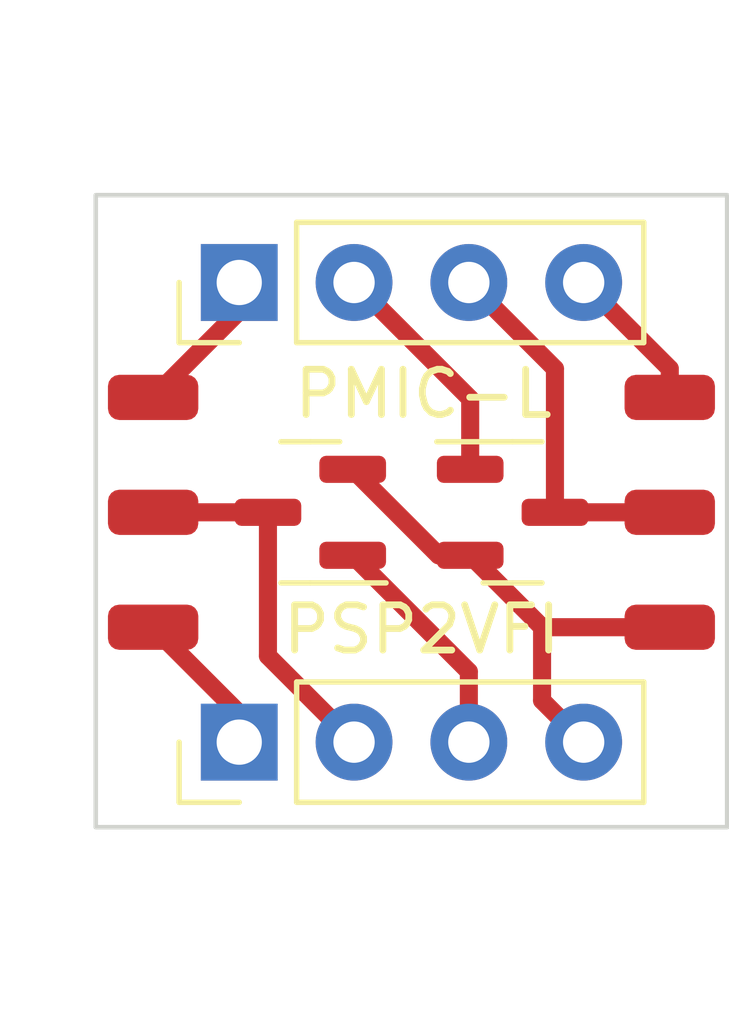
<source format=kicad_pcb>
(kicad_pcb (version 20221018) (generator pcbnew)
  (layers (0 "F.Cu" signal) (31 "B.Cu" signal) (34 "B.Paste" user) (35 "F.Paste" user) (36 "B.SilkS" user "B.Silkscreen") (37 "F.SilkS" user "F.Silkscreen") (38 "B.Mask" user) (39 "F.Mask" user) (44 "Edge.Cuts" user))
  (net 0 "")
  (net 1 "Net-(J1-Pin_1)")
  (net 2 "Net-(J2-Pin_1)")
  (net 3 "Net-(J3-Pin_1)")
  (net 4 "Net-(J3-Pin_2)")
  (net 5 "Net-(J4-Pin_1)")
  (net 6 "Net-(J4-Pin_2)")
  (net 7 "Net-(J4-Pin_3)")
  (net 8 "Net-(J4-Pin_4)")
  (footprint "Connector_PinHeader_2.54mm:PinHeader_1x04_P2.54mm_Vertical" (layer "F.Cu") (at 142.875 86.868 90)
    (fp_text reference "J3" hide)
    (fp_text value "Conn_01x04_Pin")
    (fp_line (start -1.33 -1.33) (end 0 -1.33) (stroke (width 0.12)) (layer "F.SilkS"))
    (fp_line (start -1.33 0) (end -1.33 -1.33) (stroke (width 0.12)) (layer "F.SilkS"))
    (fp_line (start -1.33 1.27) (end -1.33 8.95) (stroke (width 0.12)) (layer "F.SilkS"))
    (fp_line (start -1.33 1.27) (end 1.33 1.27) (stroke (width 0.12)) (layer "F.SilkS"))
    (fp_line (start -1.33 8.95) (end 1.33 8.95) (stroke (width 0.12)) (layer "F.SilkS"))
    (fp_line (start 1.33 1.27) (end 1.33 8.95) (stroke (width 0.12)) (layer "F.SilkS"))
    (pad "1" thru_hole rect (at 0 0 90) (size 1.7 1.7) (drill 1) (layers "*.Cu" "*.Mask") (net 3 "Net-(J3-Pin_1)"))
    (pad "2" thru_hole circle (at 0 2.54 90) (size 1.7 1.7) (drill 0.914) (layers "*.Cu" "*.Paste" "*.Mask") (net 4 "Net-(J3-Pin_2)"))
    (pad "3" thru_hole circle (at 0 5.08 90) (size 1.7 1.7) (drill 0.914) (layers "*.Cu" "*.Paste" "*.Mask") (net 2 "Net-(J2-Pin_1)"))
    (pad "4" thru_hole circle (at 0 7.62 90) (size 1.7 1.7) (drill 0.914) (layers "*.Cu" "*.Paste" "*.Mask") (net 1 "Net-(J1-Pin_1)"))
  )
  (footprint "Connector_Wire:SolderWirePad_1x01_SMD_1x2mm" (layer "F.Cu") (at 140.97 91.948 -90)
    (fp_text reference "J5" hide)
    (fp_text value "GPIO")
    (pad "1" smd roundrect (at 0 0 270) (size 1 2) (layers "F.Cu" "F.Paste" "F.Mask") (net 6 "Net-(J4-Pin_2)"))
  )
  (footprint "Connector_Wire:SolderWirePad_1x01_SMD_1x2mm" (layer "F.Cu") (at 140.97 94.488 -90)
    (fp_text reference "J6" hide)
    (fp_text value "DAT0")
    (pad "1" smd roundrect (at 0 0 270) (size 1 2) (layers "F.Cu" "F.Paste" "F.Mask") (net 5 "Net-(J4-Pin_1)"))
  )
  (footprint "Connector_Wire:SolderWirePad_1x01_SMD_1x2mm" (layer "F.Cu") (at 152.4 91.948 -90)
    (fp_text reference "J2" hide)
    (fp_text value "VDD")
    (pad "1" smd roundrect (at 0 0 270) (size 1 2) (layers "F.Cu" "F.Paste" "F.Mask") (net 2 "Net-(J2-Pin_1)"))
  )
  (footprint "Package_TO_SOT_SMD:SOT-23" (layer "F.Cu") (at 144.4475 91.948 180)
    (fp_text reference "Q2" hide)
    (fp_text value "MMBF170")
    (fp_line (start 0 -1.56) (end -1.675 -1.56) (stroke (width 0.12)) (layer "F.SilkS"))
    (fp_line (start 0 -1.56) (end 0.65 -1.56) (stroke (width 0.12)) (layer "F.SilkS"))
    (fp_line (start 0 1.56) (end -0.65 1.56) (stroke (width 0.12)) (layer "F.SilkS"))
    (fp_line (start 0 1.56) (end 0.65 1.56) (stroke (width 0.12)) (layer "F.SilkS"))
    (pad "1" smd roundrect (at -0.9375 -0.95 180) (size 1.475 0.6) (layers "F.Cu" "F.Paste" "F.Mask") (net 7 "Net-(J4-Pin_3)"))
    (pad "2" smd roundrect (at -0.9375 0.95 180) (size 1.475 0.6) (layers "F.Cu" "F.Paste" "F.Mask") (net 8 "Net-(J4-Pin_4)"))
    (pad "3" smd roundrect (at 0.9375 0 180) (size 1.475 0.6) (layers "F.Cu" "F.Paste" "F.Mask") (net 6 "Net-(J4-Pin_2)"))
  )
  (footprint "Package_TO_SOT_SMD:SOT-23" (layer "F.Cu") (at 148.9225 91.948)
    (fp_text reference "Q1" hide)
    (fp_text value "MMBF170")
    (fp_line (start 0 -1.56) (end -1.675 -1.56) (stroke (width 0.12)) (layer "F.SilkS"))
    (fp_line (start 0 -1.56) (end 0.65 -1.56) (stroke (width 0.12)) (layer "F.SilkS"))
    (fp_line (start 0 1.56) (end -0.65 1.56) (stroke (width 0.12)) (layer "F.SilkS"))
    (fp_line (start 0 1.56) (end 0.65 1.56) (stroke (width 0.12)) (layer "F.SilkS"))
    (pad "1" smd roundrect (at -0.9375 -0.95) (size 1.475 0.6) (layers "F.Cu" "F.Paste" "F.Mask") (net 4 "Net-(J3-Pin_2)"))
    (pad "2" smd roundrect (at -0.9375 0.95) (size 1.475 0.6) (layers "F.Cu" "F.Paste" "F.Mask") (net 8 "Net-(J4-Pin_4)"))
    (pad "3" smd roundrect (at 0.9375 0) (size 1.475 0.6) (layers "F.Cu" "F.Paste" "F.Mask") (net 2 "Net-(J2-Pin_1)"))
  )
  (footprint "Connector_Wire:SolderWirePad_1x01_SMD_1x2mm" (layer "F.Cu") (at 140.97 89.408 -90)
    (fp_text reference "J8" hide)
    (fp_text value "RST")
    (pad "1" smd roundrect (at 0 0 270) (size 1 2) (layers "F.Cu" "F.Paste" "F.Mask") (net 3 "Net-(J3-Pin_1)"))
  )
  (footprint "Connector_Wire:SolderWirePad_1x01_SMD_1x2mm" (layer "F.Cu") (at 152.4 89.408 -90)
    (fp_text reference "J1" hide)
    (fp_text value "PWR")
    (pad "1" smd roundrect (at 0 0 270) (size 1 2) (layers "F.Cu" "F.Paste" "F.Mask") (net 1 "Net-(J1-Pin_1)"))
  )
  (footprint "Connector_Wire:SolderWirePad_1x01_SMD_1x2mm" (layer "F.Cu") (at 152.4 94.488 -90)
    (fp_text reference "J7" hide)
    (fp_text value "GND")
    (pad "1" smd roundrect (at 0 0 270) (size 1 2) (layers "F.Cu" "F.Paste" "F.Mask") (net 8 "Net-(J4-Pin_4)"))
  )
  (footprint "Connector_PinHeader_2.54mm:PinHeader_1x04_P2.54mm_Vertical" (layer "F.Cu") (at 142.875 97.028 90)
    (fp_text reference "J4" hide)
    (fp_text value "Conn_01x04_Pin")
    (fp_line (start -1.33 -1.33) (end 0 -1.33) (stroke (width 0.12)) (layer "F.SilkS"))
    (fp_line (start -1.33 0) (end -1.33 -1.33) (stroke (width 0.12)) (layer "F.SilkS"))
    (fp_line (start -1.33 1.27) (end -1.33 8.95) (stroke (width 0.12)) (layer "F.SilkS"))
    (fp_line (start -1.33 1.27) (end 1.33 1.27) (stroke (width 0.12)) (layer "F.SilkS"))
    (fp_line (start -1.33 8.95) (end 1.33 8.95) (stroke (width 0.12)) (layer "F.SilkS"))
    (fp_line (start 1.33 1.27) (end 1.33 8.95) (stroke (width 0.12)) (layer "F.SilkS"))
    (pad "1" thru_hole rect (at 0 0 90) (size 1.7 1.7) (drill 1) (layers "*.Cu" "*.Mask") (net 5 "Net-(J4-Pin_1)"))
    (pad "2" thru_hole circle (at 0 2.54 90) (size 1.7 1.7) (drill 0.914) (layers "*.Cu" "*.Paste" "*.Mask") (net 6 "Net-(J4-Pin_2)"))
    (pad "3" thru_hole circle (at 0 5.08 90) (size 1.7 1.7) (drill 0.914) (layers "*.Cu" "*.Paste" "*.Mask") (net 7 "Net-(J4-Pin_3)"))
    (pad "4" thru_hole circle (at 0 7.62 90) (size 1.7 1.7) (drill 0.914) (layers "*.Cu" "*.Paste" "*.Mask") (net 8 "Net-(J4-Pin_4)"))
  )
  (gr_rect (start 139.7 84.9376) (end 153.67 98.9076) (stroke (width 0.1)) (fill none) (layer "Edge.Cuts"))
  (gr_text "PSP2VFI" (at 143.764 95.123) (layer "F.SilkS") (effects (font (size 1 1)) (justify left bottom)))
  (gr_text "PMIC-L" (at 144.018 89.916) (layer "F.SilkS") (effects (font (size 1 1)) (justify left bottom)))
  (segment (start 150.495 86.868) (end 152.4 88.773) (width 0.4) (layer "F.Cu") (net 1))
  (segment (start 152.4 88.773) (end 152.4 89.408) (width 0.4) (layer "F.Cu") (net 1))
  (segment (start 147.955 86.868) (end 149.86 88.773) (width 0.4) (layer "F.Cu") (net 2))
  (segment (start 152.4 91.948) (end 149.86 91.948) (width 0.4) (layer "F.Cu") (net 2))
  (segment (start 149.86 88.773) (end 149.86 91.948) (width 0.4) (layer "F.Cu") (net 2))
  (segment (start 140.97 89.408) (end 142.875 87.503) (width 0.4) (layer "F.Cu") (net 3))
  (segment (start 142.875 87.503) (end 142.875 86.868) (width 0.4) (layer "F.Cu") (net 3))
  (segment (start 145.415 86.868) (end 147.985 89.438) (width 0.4) (layer "F.Cu") (net 4))
  (segment (start 147.985 89.438) (end 147.985 90.998) (width 0.4) (layer "F.Cu") (net 4))
  (segment (start 140.97 94.488) (end 142.875 96.393) (width 0.4) (layer "F.Cu") (net 5))
  (segment (start 142.875 96.393) (end 142.875 97.028) (width 0.4) (layer "F.Cu") (net 5))
  (segment (start 140.97 91.948) (end 143.51 91.948) (width 0.4) (layer "F.Cu") (net 6))
  (segment (start 143.51 95.123) (end 145.415 97.028) (width 0.4) (layer "F.Cu") (net 6))
  (segment (start 143.51 91.948) (end 143.51 95.123) (width 0.4) (layer "F.Cu") (net 6))
  (segment (start 145.385 92.898) (end 147.955 95.468) (width 0.4) (layer "F.Cu") (net 7))
  (segment (start 147.955 95.468) (end 147.955 97.028) (width 0.4) (layer "F.Cu") (net 7))
  (segment (start 150.495 97.028) (end 149.575 96.108) (width 0.4) (layer "F.Cu") (net 8))
  (segment (start 149.575 96.108) (end 149.575 94.488) (width 0.4) (layer "F.Cu") (net 8))
  (segment (start 152.4 94.488) (end 149.575 94.488) (width 0.4) (layer "F.Cu") (net 8))
  (segment (start 149.575 94.488) (end 147.985 92.898) (width 0.4) (layer "F.Cu") (net 8))
  (segment (start 147.285 92.898) (end 147.985 92.898) (width 0.4) (layer "F.Cu") (net 8))
  (segment (start 145.385 90.998) (end 147.285 92.898) (width 0.4) (layer "F.Cu") (net 8))
)
</source>
